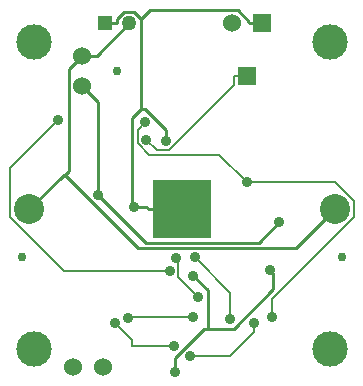
<source format=gbl>
%FSLAX34Y34*%
G04 Gerber Fmt 3.4, Leading zero omitted, Abs format*
G04 (created by PCBNEW (2013-12-14 BZR 4555)-product) date Thu 06 Mar 2014 10:43:19 EST*
%MOIN*%
G01*
G70*
G90*
G04 APERTURE LIST*
%ADD10C,0.005906*%
%ADD11R,0.060000X0.060000*%
%ADD12C,0.060000*%
%ADD13R,0.196850X0.196850*%
%ADD14C,0.100000*%
%ADD15C,0.118110*%
%ADD16C,0.029528*%
%ADD17R,0.050000X0.050000*%
%ADD18C,0.050000*%
%ADD19C,0.035000*%
%ADD20C,0.010000*%
%ADD21C,0.008000*%
G04 APERTURE END LIST*
G54D10*
G54D11*
X8633Y16866D03*
G54D12*
X7633Y16866D03*
G54D13*
X5968Y10663D03*
G54D14*
X11066Y10663D03*
X870Y10663D03*
G54D15*
X1047Y5996D03*
X1047Y16232D03*
X10889Y16232D03*
G54D16*
X3803Y15287D03*
X637Y9088D03*
X11300Y9088D03*
G54D11*
X8133Y15094D03*
G54D12*
X3318Y5409D03*
X2318Y5409D03*
X2637Y14787D03*
X2637Y15787D03*
G54D17*
X3409Y16866D03*
G54D18*
X4196Y16866D03*
G54D15*
X10889Y5996D03*
G54D19*
X3176Y11147D03*
X9215Y10229D03*
X8901Y8637D03*
X5736Y5255D03*
X4376Y10744D03*
X6328Y8448D03*
X5435Y12952D03*
X6384Y9063D03*
X7576Y6990D03*
X5552Y8623D03*
X1825Y13628D03*
X3724Y6866D03*
X5693Y6102D03*
X8350Y6885D03*
X6239Y5786D03*
X4780Y12988D03*
X8133Y11560D03*
X8959Y7081D03*
X4731Y13563D03*
X6337Y7062D03*
X4166Y7053D03*
X6500Y7745D03*
X5774Y9036D03*
G54D20*
X3118Y15787D02*
X2637Y15787D01*
X4196Y16866D02*
X3118Y15787D01*
X2017Y11811D02*
X870Y10663D01*
X2060Y11811D02*
X2017Y11811D01*
X2200Y11951D02*
X2060Y11811D01*
X2200Y15350D02*
X2200Y11951D01*
X2637Y15787D02*
X2200Y15350D01*
X9772Y9369D02*
X11066Y10663D01*
X4502Y9369D02*
X9772Y9369D01*
X2060Y11811D02*
X4502Y9369D01*
X3176Y14248D02*
X3176Y11147D01*
X2637Y14787D02*
X3176Y14248D01*
X8534Y9549D02*
X9215Y10229D01*
X4775Y9549D02*
X8534Y9549D01*
X3176Y11147D02*
X4775Y9549D01*
X9011Y8527D02*
X9011Y7994D01*
X8901Y8637D02*
X9011Y8527D01*
X5736Y5714D02*
X6707Y6685D01*
X5736Y5255D02*
X5736Y5714D01*
X5968Y10663D02*
X4854Y10663D01*
X4773Y10744D02*
X4854Y10663D01*
X4376Y10744D02*
X4773Y10744D01*
X3409Y16866D02*
X3789Y16866D01*
X4309Y13705D02*
X4602Y13998D01*
X4309Y10810D02*
X4309Y13705D01*
X4376Y10744D02*
X4309Y10810D01*
X8633Y16866D02*
X8203Y16866D01*
X8203Y16919D02*
X8203Y16866D01*
X7827Y17296D02*
X8203Y16919D01*
X4889Y17296D02*
X7827Y17296D01*
X4602Y17009D02*
X4889Y17296D01*
X4602Y13998D02*
X4602Y17009D01*
X3789Y17008D02*
X3789Y16866D01*
X4027Y17246D02*
X3789Y17008D01*
X4365Y17246D02*
X4027Y17246D01*
X4602Y17009D02*
X4365Y17246D01*
X5435Y12952D02*
X5435Y12952D01*
X5435Y13297D02*
X5435Y12952D01*
X4734Y13998D02*
X5435Y13297D01*
X4602Y13998D02*
X4734Y13998D01*
X6817Y7960D02*
X6328Y8448D01*
X6817Y6685D02*
X6817Y7960D01*
X7702Y6685D02*
X6817Y6685D01*
X9011Y7994D02*
X7702Y6685D01*
X6817Y6685D02*
X6707Y6685D01*
G54D21*
X7576Y7871D02*
X7576Y6990D01*
X6384Y9063D02*
X7576Y7871D01*
X228Y12031D02*
X1825Y13628D01*
X228Y10413D02*
X228Y12031D01*
X2018Y8623D02*
X228Y10413D01*
X5552Y8623D02*
X2018Y8623D01*
X4285Y6102D02*
X4285Y6304D01*
X4285Y6304D02*
X3724Y6866D01*
X4285Y6102D02*
X5693Y6102D01*
X7559Y5786D02*
X8350Y6577D01*
X8350Y6577D02*
X8350Y6885D01*
X7559Y5786D02*
X6239Y5786D01*
X8133Y15094D02*
X7713Y15094D01*
X7713Y14812D02*
X7713Y15094D01*
X5542Y12641D02*
X7713Y14812D01*
X5127Y12641D02*
X5542Y12641D01*
X4780Y12988D02*
X5127Y12641D01*
X8959Y7672D02*
X8959Y7081D01*
X11689Y10402D02*
X8959Y7672D01*
X11689Y10928D02*
X11689Y10402D01*
X11057Y11560D02*
X11689Y10928D01*
X8133Y11560D02*
X11057Y11560D01*
X7212Y12481D02*
X8133Y11560D01*
X4862Y12481D02*
X7212Y12481D01*
X4484Y12859D02*
X4862Y12481D01*
X4484Y13316D02*
X4484Y12859D01*
X4731Y13563D02*
X4484Y13316D01*
X4175Y7062D02*
X6337Y7062D01*
X4166Y7053D02*
X4175Y7062D01*
X5848Y8962D02*
X5774Y9036D01*
X5848Y8397D02*
X5848Y8962D01*
X6500Y7745D02*
X5848Y8397D01*
M02*

</source>
